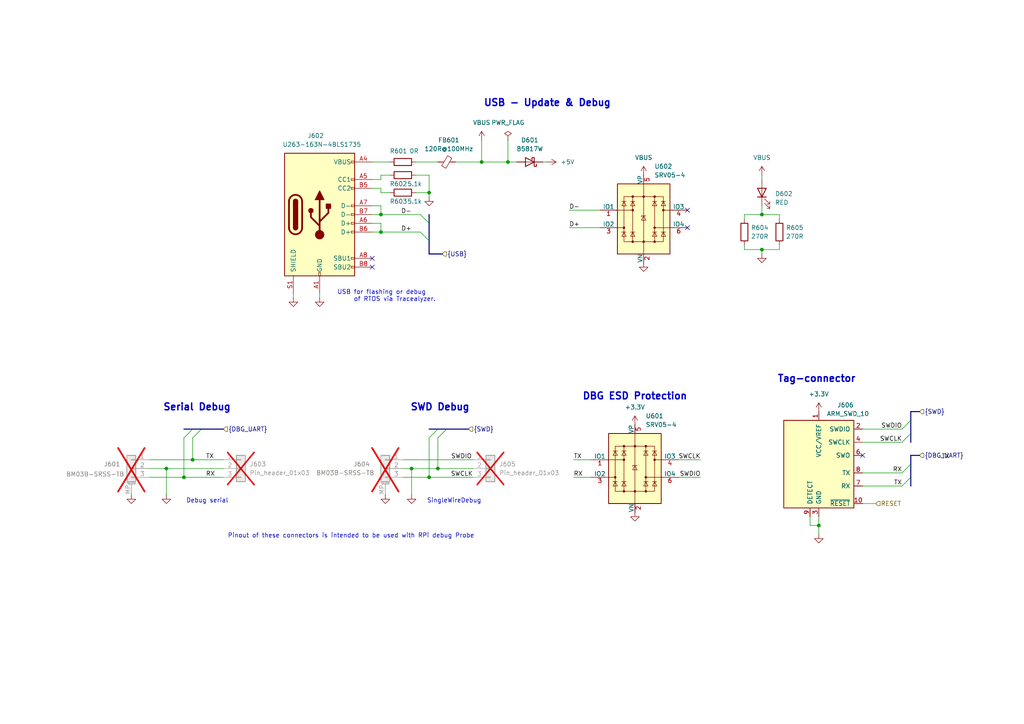
<source format=kicad_sch>
(kicad_sch (version 20250114) (generator "eeschema") (generator_version "9.0")
  (paper "A4")
  (lib_symbols
    (symbol "Connector:USB_C_Receptacle_USB2.0_16P" (pin_names (offset 1.016))
      (property "Reference" "J" (at 0 22.225 0))
      (property "Value" "USB_C_Receptacle_USB2.0_16P" (at 0 19.685 0))
      (symbol "USB_C_Receptacle_USB2.0_16P_0_0"
        (rectangle (start -0.254 -17.78) (end 0.254 -16.764))
        (rectangle (start 10.16 15.494) (end 9.144 14.986))
        (rectangle (start 10.16 10.414) (end 9.144 9.906))
        (rectangle (start 10.16 7.874) (end 9.144 7.366))
        (rectangle (start 10.16 2.794) (end 9.144 2.286))
        (rectangle (start 10.16 0.254) (end 9.144 -0.254))
        (rectangle (start 10.16 -2.286) (end 9.144 -2.794))
        (rectangle (start 10.16 -4.826) (end 9.144 -5.334))
        (rectangle (start 10.16 -12.446) (end 9.144 -12.954))
        (rectangle (start 10.16 -14.986) (end 9.144 -15.494))
      )
      (symbol "USB_C_Receptacle_USB2.0_16P_0_1"
        (rectangle (start -10.16 17.78) (end 10.16 -17.78) (stroke (width 0.254)) (fill (type background)))
        (polyline (pts (xy -8.89 -3.81) (xy -8.89 3.81)) (stroke (width 0.508)))
        (rectangle (start -7.62 -3.81) (end -6.35 3.81) (stroke (width 0.254)) (fill (type outline)))
        (arc (start -7.62 3.81) (mid -6.985 4.4423) (end -6.35 3.81) (stroke (width 0.254)))
        (arc (start -7.62 3.81) (mid -6.985 4.4423) (end -6.35 3.81) (stroke (width 0.254)) (fill (type outline)))
        (arc (start -8.89 3.81) (mid -6.985 5.7067) (end -5.08 3.81) (stroke (width 0.508)))
        (arc (start -5.08 -3.81) (mid -6.985 -5.7067) (end -8.89 -3.81) (stroke (width 0.508)))
        (arc (start -6.35 -3.81) (mid -6.985 -4.4423) (end -7.62 -3.81) (stroke (width 0.254)))
        (arc (start -6.35 -3.81) (mid -6.985 -4.4423) (end -7.62 -3.81) (stroke (width 0.254)) (fill (type outline)))
        (polyline (pts (xy -5.08 3.81) (xy -5.08 -3.81)) (stroke (width 0.508)))
        (circle (center -2.54 1.143) (radius 0.635) (stroke (width 0.254)) (fill (type outline)))
        (polyline (pts (xy -1.27 4.318) (xy 0 6.858) (xy 1.27 4.318) (xy -1.27 4.318)) (stroke (width 0.254)) (fill (type outline)))
        (polyline (pts (xy 0 -2.032) (xy 2.54 0.508) (xy 2.54 1.778)) (stroke (width 0.508)))
        (polyline (pts (xy 0 -3.302) (xy -2.54 -0.762) (xy -2.54 0.508)) (stroke (width 0.508)))
        (polyline (pts (xy 0 -5.842) (xy 0 4.318)) (stroke (width 0.508)))
        (circle (center 0 -5.842) (radius 1.27) (fill (type outline)))
        (rectangle (start 1.905 1.778) (end 3.175 3.048) (stroke (width 0.254)) (fill (type outline)))
      )
      (symbol "USB_C_Receptacle_USB2.0_16P_1_1"
        (pin passive line (at -7.62 -22.86 90) (length 5.08) (name "SHIELD") (number "S1"))
        (pin passive line (at 0 -22.86 90) (length 5.08) (name "GND") (number "A1"))
        (pin passive line (at 0 -22.86 90) (length 5.08) (hide yes) (name "GND") (number "A12"))
        (pin passive line (at 0 -22.86 90) (length 5.08) (hide yes) (name "GND") (number "B1"))
        (pin passive line (at 0 -22.86 90) (length 5.08) (hide yes) (name "GND") (number "B12"))
        (pin passive line (at 15.24 15.24 180) (length 5.08) (name "VBUS") (number "A4"))
        (pin passive line (at 15.24 15.24 180) (length 5.08) (hide yes) (name "VBUS") (number "A9"))
        (pin passive line (at 15.24 15.24 180) (length 5.08) (hide yes) (name "VBUS") (number "B4"))
        (pin passive line (at 15.24 15.24 180) (length 5.08) (hide yes) (name "VBUS") (number "B9"))
        (pin bidirectional line (at 15.24 10.16 180) (length 5.08) (name "CC1") (number "A5"))
        (pin bidirectional line (at 15.24 7.62 180) (length 5.08) (name "CC2") (number "B5"))
        (pin bidirectional line (at 15.24 2.54 180) (length 5.08) (name "D-") (number "A7"))
        (pin bidirectional line (at 15.24 0 180) (length 5.08) (name "D-") (number "B7"))
        (pin bidirectional line (at 15.24 -2.54 180) (length 5.08) (name "D+") (number "A6"))
        (pin bidirectional line (at 15.24 -5.08 180) (length 5.08) (name "D+") (number "B6"))
        (pin bidirectional line (at 15.24 -12.7 180) (length 5.08) (name "SBU1") (number "A8"))
        (pin bidirectional line (at 15.24 -15.24 180) (length 5.08) (name "SBU2") (number "B8"))
      )
    )
    (symbol "Connector_Generic:Conn_01x03" (pin_names (offset 1.016) (hide yes))
      (property "Reference" "J" (at 0 5.08 0))
      (property "Value" "Conn_01x03" (at 0 -5.08 0))
      (symbol "Conn_01x03_1_1"
        (rectangle (start -1.27 3.81) (end 1.27 -3.81) (stroke (width 0.254)) (fill (type background)))
        (rectangle (start -1.27 2.667) (end 0 2.413) (stroke (width 0.1524)))
        (rectangle (start -1.27 0.127) (end 0 -0.127) (stroke (width 0.1524)))
        (rectangle (start -1.27 -2.413) (end 0 -2.667) (stroke (width 0.1524)))
        (pin passive line (at -5.08 2.54 0) (length 3.81) (name "Pin_1") (number "1"))
        (pin passive line (at -5.08 0 0) (length 3.81) (name "Pin_2") (number "2"))
        (pin passive line (at -5.08 -2.54 0) (length 3.81) (name "Pin_3") (number "3"))
      )
    )
    (symbol "Connector_Generic_MountingPin:Conn_01x03_MountingPin" (pin_names (offset 1.016) (hide yes))
      (property "Reference" "J" (at 0 5.08 0))
      (property "Value" "Conn_01x03_MountingPin" (at 1.27 -5.08 0))
      (symbol "Conn_01x03_MountingPin_1_1"
        (rectangle (start -1.27 3.81) (end 1.27 -3.81) (stroke (width 0.254)) (fill (type background)))
        (rectangle (start -1.27 2.667) (end 0 2.413) (stroke (width 0.1524)))
        (rectangle (start -1.27 0.127) (end 0 -0.127) (stroke (width 0.1524)))
        (rectangle (start -1.27 -2.413) (end 0 -2.667) (stroke (width 0.1524)))
        (polyline (pts (xy -1.016 -4.572) (xy 1.016 -4.572)) (stroke (width 0.1524)))
        (text "Mounting" (at 0 -4.191 0) (effects (font (size 0.381 0.381))))
        (pin passive line (at -5.08 2.54 0) (length 3.81) (name "Pin_1") (number "1"))
        (pin passive line (at -5.08 0 0) (length 3.81) (name "Pin_2") (number "2"))
        (pin passive line (at -5.08 -2.54 0) (length 3.81) (name "Pin_3") (number "3"))
        (pin passive line (at 0 -7.62 90) (length 3.048) (name "MountPin") (number "MP"))
      )
    )
    (symbol "Device:D_Schottky" (pin_numbers (hide yes)) (pin_names (offset 1.016) (hide yes))
      (property "Reference" "D" (at 0 2.54 0))
      (property "Value" "D_Schottky" (at 0 -2.54 0))
      (symbol "D_Schottky_0_1"
        (polyline (pts (xy -1.905 0.635) (xy -1.905 1.27) (xy -1.27 1.27) (xy -1.27 -1.27) (xy -0.635 -1.27) (xy -0.635 -0.635)) (stroke (width 0.254)))
        (polyline (pts (xy 1.27 1.27) (xy 1.27 -1.27) (xy -1.27 0) (xy 1.27 1.27)) (stroke (width 0.254)))
        (polyline (pts (xy 1.27 0) (xy -1.27 0)))
      )
      (symbol "D_Schottky_1_1"
        (pin passive line (at -3.81 0 0) (length 2.54) (name "K") (number "1"))
        (pin passive line (at 3.81 0 180) (length 2.54) (name "A") (number "2"))
      )
    )
    (symbol "Device:FerriteBead_Small" (pin_numbers (hide yes)) (pin_names (offset 0))
      (property "Reference" "FB" (at 1.905 1.27 0))
      (property "Value" "FerriteBead_Small" (at 1.905 -1.27 0))
      (symbol "FerriteBead_Small_0_1"
        (polyline (pts (xy -1.8288 0.2794) (xy -1.1176 1.4986) (xy 1.8288 -0.2032) (xy 1.1176 -1.4224) (xy -1.8288 0.2794)))
        (polyline (pts (xy 0 0.889) (xy 0 1.2954)))
        (polyline (pts (xy 0 -1.27) (xy 0 -0.7874)))
      )
      (symbol "FerriteBead_Small_1_1"
        (pin passive line (at 0 2.54 270) (length 1.27) (name "~") (number "1"))
        (pin passive line (at 0 -2.54 90) (length 1.27) (name "~") (number "2"))
      )
    )
    (symbol "Device:LED" (pin_numbers (hide yes)) (pin_names (offset 1.016) (hide yes))
      (property "Reference" "D" (at 0 2.54 0))
      (property "Value" "LED" (at 0 -2.54 0))
      (symbol "LED_0_1"
        (polyline (pts (xy -3.048 -0.762) (xy -4.572 -2.286) (xy -3.81 -2.286) (xy -4.572 -2.286) (xy -4.572 -1.524)))
        (polyline (pts (xy -1.778 -0.762) (xy -3.302 -2.286) (xy -2.54 -2.286) (xy -3.302 -2.286) (xy -3.302 -1.524)))
        (polyline (pts (xy -1.27 0) (xy 1.27 0)))
        (polyline (pts (xy -1.27 -1.27) (xy -1.27 1.27)) (stroke (width 0.254)))
        (polyline (pts (xy 1.27 -1.27) (xy 1.27 1.27) (xy -1.27 0) (xy 1.27 -1.27)) (stroke (width 0.254)))
      )
      (symbol "LED_1_1"
        (pin passive line (at -3.81 0 0) (length 2.54) (name "K") (number "1"))
        (pin passive line (at 3.81 0 180) (length 2.54) (name "A") (number "2"))
      )
    )
    (symbol "Device:R" (pin_numbers (hide yes)) (pin_names (offset 0))
      (property "Reference" "R" (at 2.032 0 90))
      (property "Value" "R" (at 0 0 90))
      (symbol "R_0_1"
        (rectangle (start -1.016 -2.54) (end 1.016 2.54) (stroke (width 0.254)))
      )
      (symbol "R_1_1"
        (pin passive line (at 0 3.81 270) (length 1.27) (name "~") (number "1"))
        (pin passive line (at 0 -3.81 90) (length 1.27) (name "~") (number "2"))
      )
    )
    (symbol "Power_Protection:SRV05-4" (pin_names (offset 0))
      (property "Reference" "U" (at -5.08 11.43 0))
      (property "Value" "SRV05-4" (at 2.54 11.43 0))
      (symbol "SRV05-4_0_0"
        (rectangle (start -5.715 6.477) (end 5.715 -6.604))
        (polyline (pts (xy -3.175 -6.604) (xy -3.175 6.477)))
        (polyline (pts (xy 3.175 6.477) (xy 3.175 -6.604)))
      )
      (symbol "SRV05-4_0_1"
        (polyline (pts (xy -7.747 2.54) (xy -3.175 2.54)))
        (rectangle (start -7.62 10.16) (end 7.62 -10.16) (stroke (width 0.254)) (fill (type background)))
        (polyline (pts (xy -7.62 -2.54) (xy -5.715 -2.54)))
        (circle (center -5.715 -2.54) (radius 0.2794) (fill (type outline)))
        (polyline (pts (xy -5.08 5.08) (xy -6.35 5.08)))
        (polyline (pts (xy -5.08 3.81) (xy -6.35 3.81) (xy -5.715 5.08) (xy -5.08 3.81)))
        (polyline (pts (xy -5.08 -3.81) (xy -6.35 -3.81)))
        (polyline (pts (xy -5.08 -5.08) (xy -6.35 -5.08) (xy -5.715 -3.81) (xy -5.08 -5.08)))
        (circle (center -3.175 6.477) (radius 0.2794) (fill (type outline)))
        (circle (center -3.175 2.54) (radius 0.2794) (fill (type outline)))
        (circle (center -3.175 -6.604) (radius 0.2794) (fill (type outline)))
        (polyline (pts (xy -2.54 5.08) (xy -3.81 5.08)))
        (polyline (pts (xy -2.54 3.81) (xy -3.81 3.81) (xy -3.175 5.08) (xy -2.54 3.81)))
        (polyline (pts (xy -2.54 -3.81) (xy -3.81 -3.81)))
        (polyline (pts (xy -2.54 -5.08) (xy -3.81 -5.08) (xy -3.175 -3.81) (xy -2.54 -5.08)))
        (polyline (pts (xy 0 10.16) (xy 0 -10.16)))
        (circle (center 0 6.477) (radius 0.2794) (fill (type outline)))
        (circle (center 0 -6.604) (radius 0.2794) (fill (type outline)))
        (polyline (pts (xy 0.635 0.889) (xy -0.635 0.889) (xy -0.635 0.635)))
        (polyline (pts (xy 0.635 -0.381) (xy -0.635 -0.381) (xy 0 0.889) (xy 0.635 -0.381)))
        (circle (center 3.175 6.477) (radius 0.2794) (fill (type outline)))
        (circle (center 3.175 -2.54) (radius 0.2794) (fill (type outline)))
        (circle (center 3.175 -6.604) (radius 0.2794) (fill (type outline)))
        (polyline (pts (xy 3.81 5.08) (xy 2.54 5.08)))
        (polyline (pts (xy 3.81 3.81) (xy 2.54 3.81) (xy 3.175 5.08) (xy 3.81 3.81)))
        (polyline (pts (xy 3.81 -3.81) (xy 2.54 -3.81)))
        (polyline (pts (xy 3.81 -5.08) (xy 2.54 -5.08) (xy 3.175 -3.81) (xy 3.81 -5.08)))
        (circle (center 5.715 2.54) (radius 0.2794) (fill (type outline)))
        (polyline (pts (xy 6.35 5.08) (xy 5.08 5.08)))
        (polyline (pts (xy 6.35 3.81) (xy 5.08 3.81) (xy 5.715 5.08) (xy 6.35 3.81)))
        (polyline (pts (xy 6.35 -3.81) (xy 5.08 -3.81)))
        (polyline (pts (xy 6.35 -5.08) (xy 5.08 -5.08) (xy 5.715 -3.81) (xy 6.35 -5.08)))
        (polyline (pts (xy 7.62 2.54) (xy 5.715 2.54)))
        (polyline (pts (xy 7.62 -2.54) (xy 3.175 -2.54)))
      )
      (symbol "SRV05-4_1_1"
        (pin passive line (at -12.7 2.54 0) (length 5.08) (name "IO1") (number "1"))
        (pin passive line (at -12.7 -2.54 0) (length 5.08) (name "IO2") (number "3"))
        (pin passive line (at 0 12.7 270) (length 2.54) (name "VP") (number "5"))
        (pin passive line (at 0 -12.7 90) (length 2.54) (name "VN") (number "2"))
        (pin passive line (at 12.7 2.54 180) (length 5.08) (name "IO3") (number "4"))
        (pin passive line (at 12.7 -2.54 180) (length 5.08) (name "IO4") (number "6"))
      )
    )
    (symbol "TCY_connectors:Conn_ARM_JTAG_SWD_10" (pin_names (offset 1.016))
      (property "Reference" "J" (at -2.54 16.51 0))
      (property "Value" "ARM_SWD_10" (at -2.54 13.97 0))
      (symbol "Conn_ARM_JTAG_SWD_10_0_1"
        (rectangle (start -10.16 12.7) (end 10.16 -12.7) (stroke (width 0.254)) (fill (type background)))
      )
      (symbol "Conn_ARM_JTAG_SWD_10_1_1"
        (pin passive line (at -2.54 -15.24 90) (length 2.54) (name "DETECT") (number "9"))
        (pin power_in line (at 0 15.24 270) (length 2.54) (name "VCC/VREF") (number "1"))
        (pin power_in line (at 0 -15.24 90) (length 2.54) (name "GND") (number "3"))
        (pin passive line (at 0 -15.24 90) (length 2.54) (hide yes) (name "GND") (number "5"))
        (pin bidirectional line (at 12.7 10.16 180) (length 2.54) (name "SWDIO") (number "2"))
        (pin output line (at 12.7 6.35 180) (length 2.54) (name "SWCLK") (number "4"))
        (pin input line (at 12.7 2.54 180) (length 2.54) (name "SWO") (number "6"))
        (pin output line (at 12.7 -2.54 180) (length 2.54) (name "TX") (number "8"))
        (pin input line (at 12.7 -6.35 180) (length 2.54) (name "RX") (number "7"))
        (pin open_collector line (at 12.7 -11.43 180) (length 2.54) (name "~{RESET}") (number "10"))
      )
    )
    (symbol "power:+3.3V" (power) (pin_numbers (hide yes)) (pin_names (offset 0) (hide yes))
      (property "Value" "+3.3V" (at 0 3.556 0))
      (symbol "+3.3V_0_1"
        (polyline (pts (xy -0.762 1.27) (xy 0 2.54)))
        (polyline (pts (xy 0 2.54) (xy 0.762 1.27)))
        (polyline (pts (xy 0 0) (xy 0 2.54)))
      )
      (symbol "+3.3V_1_1"
        (pin power_in line (at 0 0 90) (length 0) (name "~") (number "1"))
      )
    )
    (symbol "power:+5V" (power) (pin_numbers (hide yes)) (pin_names (offset 0) (hide yes))
      (property "Value" "+5V" (at 0 3.556 0))
      (symbol "+5V_0_1"
        (polyline (pts (xy -0.762 1.27) (xy 0 2.54)))
        (polyline (pts (xy 0 2.54) (xy 0.762 1.27)))
        (polyline (pts (xy 0 0) (xy 0 2.54)))
      )
      (symbol "+5V_1_1"
        (pin power_in line (at 0 0 90) (length 0) (name "~") (number "1"))
      )
    )
    (symbol "power:GND" (power) (pin_numbers (hide yes)) (pin_names (offset 0) (hide yes))
      (property "Value" "GND" (at 0 -3.81 0))
      (symbol "GND_0_1"
        (polyline (pts (xy 0 0) (xy 0 -1.27) (xy 1.27 -1.27) (xy 0 -2.54) (xy -1.27 -1.27) (xy 0 -1.27)))
      )
      (symbol "GND_1_1"
        (pin power_in line (at 0 0 270) (length 0) (name "~") (number "1"))
      )
    )
    (symbol "power:PWR_FLAG" (power) (pin_numbers (hide yes)) (pin_names (offset 0) (hide yes))
      (property "Value" "PWR_FLAG" (at 0 3.81 0))
      (symbol "PWR_FLAG_0_0"
        (pin power_out line (at 0 0 90) (length 0) (name "~") (number "1"))
      )
      (symbol "PWR_FLAG_0_1"
        (polyline (pts (xy 0 0) (xy 0 1.27) (xy -1.016 1.905) (xy 0 2.54) (xy 1.016 1.905) (xy 0 1.27)))
      )
    )
    (symbol "power:VBUS" (power) (pin_numbers (hide yes)) (pin_names (offset 0) (hide yes))
      (property "Value" "VBUS" (at 0 3.556 0))
      (symbol "VBUS_0_1"
        (polyline (pts (xy -0.762 1.27) (xy 0 2.54)))
        (polyline (pts (xy 0 2.54) (xy 0.762 1.27)))
        (polyline (pts (xy 0 0) (xy 0 2.54)))
      )
      (symbol "VBUS_1_1"
        (pin power_in line (at 0 0 90) (length 0) (name "~") (number "1"))
      )
    )
  )
  (bus_alias "CAN" (members "RX" "TX"))
  (bus_alias "DBG_UART" (members "RX" "TX"))
  (bus_alias "USB" (members "D+" "D-"))
  (text "USB - Update & Debug" (at 158.75 31.115 0) (effects (font (size 2 2) (thickness 0.4) (bold yes)) (justify bottom)))
  (text "Serial Debug" (at 57.15 119.38 0) (effects (font (size 2 2) (thickness 0.4) (bold yes)) (justify bottom)))
  (text "Pinout of these connectors is intended to be used with RPi debug Probe" (at 66.04 156.21 0) (effects (font (size 1.27 1.27)) (justify left bottom)))
  (text "Tag-connector" (at 236.855 111.125 0) (effects (font (size 2 2) (thickness 0.4) (bold yes)) (justify bottom)))
  (text "SWD Debug" (at 127.635 119.38 0) (effects (font (size 2 2) (thickness 0.4) (bold yes)) (justify bottom)))
  (text "USB for flashing or debug\n	of RTOS via Tracealyzer." (at 97.79 87.63 0) (effects (font (size 1.27 1.27)) (justify left bottom)))
  (text "DBG ESD Protection" (at 184.15 116.205 0) (effects (font (size 2 2) (thickness 0.4) (bold yes)) (justify bottom)))
  (text "Debug serial" (at 53.975 146.05 0) (effects (font (size 1.27 1.27)) (justify left bottom)))
  (text "SingleWireDebug" (at 123.825 146.05 0) (effects (font (size 1.27 1.27)) (justify left bottom)))
  (junction (at 110.49 67.31))
  (junction (at 48.26 135.89))
  (junction (at 237.49 152.4))
  (junction (at 127 135.89))
  (junction (at 220.98 62.23))
  (junction (at 147.32 46.99))
  (junction (at 220.98 72.39))
  (junction (at 124.46 138.43))
  (junction (at 55.88 133.35))
  (junction (at 119.38 135.89))
  (junction (at 139.7 46.99))
  (junction (at 110.49 62.23))
  (junction (at 53.34 138.43))
  (junction (at 124.46 55.88))
  (no_connect (at 107.95 77.47))
  (no_connect (at 199.39 66.04))
  (no_connect (at 107.95 74.93))
  (no_connect (at 250.19 132.08))
  (no_connect (at 199.39 60.96))
  (bus_entry (at 261.62 124.46) (size 2.54 -2.54))
  (bus_entry (at 127 127) (size 2.54 -2.54))
  (bus_entry (at 55.88 127) (size 2.54 -2.54))
  (bus_entry (at 124.46 64.77) (size -2.54 -2.54))
  (bus_entry (at 124.46 127) (size 2.54 -2.54))
  (bus_entry (at 261.62 140.97) (size 2.54 -2.54))
  (bus_entry (at 124.46 69.85) (size -2.54 -2.54))
  (bus_entry (at 53.34 127) (size 2.54 -2.54))
  (bus_entry (at 261.62 137.16) (size 2.54 -2.54))
  (bus_entry (at 261.62 128.27) (size 2.54 -2.54))
  (wire (pts (xy 220.98 50.8) (xy 220.98 52.07)))
  (wire (pts (xy 48.26 135.89) (xy 64.77 135.89)))
  (bus (pts (xy 58.42 124.46) (xy 64.77 124.46)))
  (wire (pts (xy 55.88 133.35) (xy 64.77 133.35)))
  (wire (pts (xy 92.71 85.09) (xy 92.71 86.36)))
  (wire (pts (xy 124.46 138.43) (xy 137.16 138.43)))
  (wire (pts (xy 53.34 127) (xy 53.34 138.43)))
  (bus (pts (xy 55.88 124.46) (xy 58.42 124.46)))
  (wire (pts (xy 119.38 135.89) (xy 116.84 135.89)))
  (bus (pts (xy 264.16 121.92) (xy 264.16 119.38)))
  (wire (pts (xy 120.65 50.8) (xy 124.46 50.8)))
  (wire (pts (xy 124.46 50.8) (xy 124.46 55.88)))
  (wire (pts (xy 55.88 127) (xy 55.88 133.35)))
  (wire (pts (xy 119.38 135.89) (xy 119.38 143.51)))
  (wire (pts (xy 215.9 72.39) (xy 220.98 72.39)))
  (wire (pts (xy 237.49 149.86) (xy 237.49 152.4)))
  (wire (pts (xy 107.95 67.31) (xy 110.49 67.31)))
  (wire (pts (xy 107.95 54.61) (xy 110.49 54.61)))
  (bus (pts (xy 264.16 134.62) (xy 264.16 138.43)))
  (wire (pts (xy 120.65 55.88) (xy 124.46 55.88)))
  (wire (pts (xy 124.46 55.88) (xy 124.46 57.15)))
  (bus (pts (xy 264.16 125.73) (xy 264.16 121.92)))
  (wire (pts (xy 107.95 62.23) (xy 110.49 62.23)))
  (wire (pts (xy 110.49 67.31) (xy 121.92 67.31)))
  (wire (pts (xy 250.19 137.16) (xy 261.62 137.16)))
  (wire (pts (xy 127 127) (xy 127 135.89)))
  (wire (pts (xy 110.49 59.69) (xy 107.95 59.69)))
  (wire (pts (xy 234.95 149.86) (xy 234.95 152.4)))
  (wire (pts (xy 110.49 52.07) (xy 110.49 50.8)))
  (wire (pts (xy 226.06 62.23) (xy 226.06 63.5)))
  (wire (pts (xy 85.09 85.09) (xy 85.09 86.36)))
  (wire (pts (xy 113.03 50.8) (xy 110.49 50.8)))
  (bus (pts (xy 124.46 64.77) (xy 124.46 62.23)))
  (wire (pts (xy 53.34 138.43) (xy 64.77 138.43)))
  (bus (pts (xy 127 124.46) (xy 129.54 124.46)))
  (wire (pts (xy 250.19 140.97) (xy 261.62 140.97)))
  (wire (pts (xy 139.7 40.64) (xy 139.7 46.99)))
  (bus (pts (xy 124.46 69.85) (xy 124.46 64.77)))
  (wire (pts (xy 250.19 146.05) (xy 254 146.05)))
  (bus (pts (xy 124.46 124.46) (xy 127 124.46)))
  (wire (pts (xy 110.49 54.61) (xy 110.49 55.88)))
  (wire (pts (xy 165.1 66.04) (xy 173.99 66.04)))
  (wire (pts (xy 220.98 72.39) (xy 220.98 73.66)))
  (wire (pts (xy 116.84 133.35) (xy 137.16 133.35)))
  (wire (pts (xy 220.98 59.69) (xy 220.98 62.23)))
  (wire (pts (xy 127 135.89) (xy 137.16 135.89)))
  (wire (pts (xy 110.49 62.23) (xy 121.92 62.23)))
  (wire (pts (xy 124.46 127) (xy 124.46 138.43)))
  (wire (pts (xy 215.9 72.39) (xy 215.9 71.12)))
  (wire (pts (xy 116.84 138.43) (xy 124.46 138.43)))
  (wire (pts (xy 147.32 40.64) (xy 147.32 46.99)))
  (bus (pts (xy 264.16 138.43) (xy 264.16 140.97)))
  (wire (pts (xy 120.65 46.99) (xy 127 46.99)))
  (wire (pts (xy 43.18 135.89) (xy 48.26 135.89)))
  (wire (pts (xy 43.18 138.43) (xy 53.34 138.43)))
  (wire (pts (xy 113.03 55.88) (xy 110.49 55.88)))
  (wire (pts (xy 220.98 72.39) (xy 226.06 72.39)))
  (wire (pts (xy 110.49 62.23) (xy 110.49 59.69)))
  (wire (pts (xy 234.95 152.4) (xy 237.49 152.4)))
  (bus (pts (xy 264.16 128.27) (xy 264.16 125.73)))
  (wire (pts (xy 203.2 138.43) (xy 196.85 138.43)))
  (wire (pts (xy 166.37 138.43) (xy 171.45 138.43)))
  (wire (pts (xy 203.2 133.35) (xy 196.85 133.35)))
  (wire (pts (xy 139.7 46.99) (xy 147.32 46.99)))
  (wire (pts (xy 215.9 62.23) (xy 220.98 62.23)))
  (wire (pts (xy 132.08 46.99) (xy 139.7 46.99)))
  (wire (pts (xy 110.49 67.31) (xy 110.49 64.77)))
  (bus (pts (xy 264.16 132.08) (xy 266.7 132.08)))
  (bus (pts (xy 128.27 73.66) (xy 124.46 73.66)))
  (wire (pts (xy 220.98 62.23) (xy 226.06 62.23)))
  (bus (pts (xy 264.16 119.38) (xy 266.7 119.38)))
  (wire (pts (xy 215.9 62.23) (xy 215.9 63.5)))
  (wire (pts (xy 43.18 133.35) (xy 55.88 133.35)))
  (wire (pts (xy 107.95 52.07) (xy 110.49 52.07)))
  (wire (pts (xy 113.03 46.99) (xy 107.95 46.99)))
  (bus (pts (xy 124.46 73.66) (xy 124.46 69.85)))
  (wire (pts (xy 226.06 72.39) (xy 226.06 71.12)))
  (wire (pts (xy 165.1 60.96) (xy 173.99 60.96)))
  (wire (pts (xy 237.49 152.4) (xy 237.49 154.94)))
  (wire (pts (xy 250.19 124.46) (xy 261.62 124.46)))
  (wire (pts (xy 166.37 133.35) (xy 171.45 133.35)))
  (wire (pts (xy 110.49 64.77) (xy 107.95 64.77)))
  (wire (pts (xy 250.19 128.27) (xy 261.62 128.27)))
  (wire (pts (xy 119.38 135.89) (xy 127 135.89)))
  (bus (pts (xy 53.34 124.46) (xy 55.88 124.46)))
  (wire (pts (xy 48.26 135.89) (xy 48.26 143.51)))
  (wire (pts (xy 157.48 46.99) (xy 158.75 46.99)))
  (wire (pts (xy 147.32 46.99) (xy 149.86 46.99)))
  (bus (pts (xy 129.54 124.46) (xy 135.89 124.46)))
  (bus (pts (xy 264.16 132.08) (xy 264.16 134.62)))
  (label "D+" (at 119.38 67.31 180))
  (label "SWCLK" (at 261.62 128.27 180))
  (label "D-" (at 119.38 62.23 180))
  (label "TX" (at 273.05 133.35 0))
  (label "RX" (at 59.69 138.43 0))
  (label "SWCLK" (at 203.2 133.35 180))
  (label "TX" (at 59.69 133.35 0))
  (label "RX" (at 261.62 137.16 180))
  (label "TX" (at 166.37 133.35 0))
  (label "SWCLK" (at 137.16 138.43 180))
  (label "TX" (at 261.62 140.97 180))
  (label "RX" (at 166.37 138.43 0))
  (label "SWDIO" (at 261.62 124.46 180))
  (label "SWDIO" (at 203.2 138.43 180))
  (label "D+" (at 165.1 66.04 0))
  (label "D-" (at 165.1 60.96 0))
  (label "SWDIO" (at 130.81 133.35 0))
  (hierarchical_label "{DBG_UART}" (shape input) (at 266.7 132.08 0))
  (hierarchical_label "RESET" (shape input) (at 254 146.05 0))
  (hierarchical_label "{SWD}" (shape input) (at 135.89 124.46 0))
  (hierarchical_label "{USB}" (shape input) (at 128.27 73.66 0))
  (hierarchical_label "{DBG_UART}" (shape input) (at 64.77 124.46 0))
  (hierarchical_label "{SWD}" (shape input) (at 266.7 119.38 0))
  (symbol (lib_id "Device:R") (at 215.9 67.31 0) (unit 1)
    (property "Reference" "R604" (at 217.805 66.04 0) (effects (justify left)))
    (property "Value" "270R" (at 217.805 68.58 0) (effects (justify left)))
    (property "Footprint" "Resistor_SMD:R_0603_1608Metric" (effects (hide yes)))
    (property "LCSC" "C22966" (effects (hide yes)))
  )
  (symbol (lib_id "power:GND") (at 38.1 143.51 0) (unit 1)
    (property "Reference" "#PWR0602" (effects (hide yes)))
    (property "Value" "GND" (effects (hide yes)))
    (property "Description" "Power symbol creates a global label with name \"GND\" , ground" (effects (hide yes)))
  )
  (symbol (lib_id "Connector_Generic:Conn_01x03") (at 69.85 135.89 0) (unit 1) (in_bom no) (dnp yes)
    (property "Reference" "J603" (at 72.39 134.6199 0) (effects (justify left)))
    (property "Value" "Pin_header_01x03" (at 72.39 137.1599 0) (effects (justify left)))
    (property "Footprint" "Connector_PinHeader_2.54mm:PinHeader_1x03_P2.54mm_Vertical" (effects (hide yes)))
    (property "Description" "Generic connector, single row, 01x03, script generated (kicad-library-utils/schlib/autogen/connector/)" (effects (hide yes)))
  )
  (symbol (lib_id "power:VBUS") (at 220.98 50.8 0) (unit 1)
    (property "Reference" "#PWR0610" (effects (hide yes)))
    (property "Value" "VBUS" (at 220.98 45.72 0))
    (property "Description" "Power symbol creates a global label with name \"VBUS\"" (effects (hide yes)))
  )
  (symbol (lib_id "power:GND") (at 48.26 143.51 0) (unit 1)
    (property "Reference" "#PWR0604" (effects (hide yes)))
    (property "Value" "GND" (effects (hide yes)))
    (property "Description" "Power symbol creates a global label with name \"GND\" , ground" (effects (hide yes)))
  )
  (symbol (lib_id "power:GND") (at 184.15 148.59 0) (unit 1)
    (property "Reference" "#PWR0617" (effects (hide yes)))
    (property "Value" "GND" (effects (hide yes)))
    (property "Description" "Power symbol creates a global label with name \"GND\" , ground" (effects (hide yes)))
  )
  (symbol (lib_id "Connector:USB_C_Receptacle_USB2.0_16P") (at 92.71 62.23 0) (unit 1)
    (property "Reference" "J602" (at 93.98 39.37 0) (effects (justify right)))
    (property "Value" "U263-163N-4BLS1735" (at 104.775 41.91 0) (effects (justify right)))
    (property "Footprint" "Connector_USB:USB_C_Receptacle_GCT_USB4105-xx-A_16P_TopMnt_Horizontal" (effects (hide yes)))
    (property "Datasheet" "https://www.usb.org/sites/default/files/documents/usb_type-c.zip" (effects (hide yes)))
    (property "Description" "USB 2.0-only 16P Type-C Receptacle connector" (effects (hide yes)))
    (property "LCSC" "C393939" (effects (hide yes)))
    (property "MPN" " TYPE-C16PIN" (effects (hide yes)))
  )
  (symbol (lib_id "power:GND") (at 85.09 86.36 0) (mirror y) (unit 1)
    (property "Reference" "#PWR0601" (effects (hide yes)))
    (property "Value" "GND" (effects (hide yes)))
    (property "Description" "Power symbol creates a global label with name \"GND\" , ground" (effects (hide yes)))
  )
  (symbol (lib_id "power:GND") (at 237.49 154.94 0) (unit 1)
    (property "Reference" "#PWR0613" (effects (hide yes)))
    (property "Value" "GND" (effects (hide yes)))
    (property "Description" "Power symbol creates a global label with name \"GND\" , ground" (effects (hide yes)))
  )
  (symbol (lib_id "Device:D_Schottky") (at 153.67 46.99 180) (unit 1)
    (property "Reference" "D601" (at 153.67 40.64 0))
    (property "Value" "B5817W" (at 153.67 43.18 0))
    (property "Footprint" "Diode_SMD:D_SOD-123" (effects (hide yes)))
    (property "Description" "Schottky diode" (effects (hide yes)))
    (property "LCSC" "C7420328" (effects (hide yes)))
    (property "MPN" "B5817W" (effects (hide yes)))
  )
  (symbol (lib_id "Device:R") (at 116.84 46.99 270) (mirror x) (unit 1)
    (property "Reference" "R601" (at 113.03 43.815 90) (effects (justify left)))
    (property "Value" "0R" (at 118.745 43.815 90) (effects (justify left)))
    (property "Footprint" "Resistor_SMD:R_0603_1608Metric" (effects (hide yes)))
    (property "LCSC" "C21189" (effects (hide yes)))
  )
  (symbol (lib_id "power:GND") (at 111.76 143.51 0) (unit 1)
    (property "Reference" "#PWR0608" (effects (hide yes)))
    (property "Value" "GND" (effects (hide yes)))
    (property "Description" "Power symbol creates a global label with name \"GND\" , ground" (effects (hide yes)))
  )
  (symbol (lib_id "Device:R") (at 116.84 55.88 270) (mirror x) (unit 1)
    (property "Reference" "R603" (at 113.03 58.42 90) (effects (justify left)))
    (property "Value" "5.1k" (at 118.11 58.42 90) (effects (justify left)))
    (property "Footprint" "Resistor_SMD:R_0603_1608Metric" (effects (hide yes)))
    (property "LCSC" "C122969" (effects (hide yes)))
  )
  (symbol (lib_id "power:+3.3V") (at 184.15 123.19 0) (mirror y) (unit 1)
    (property "Reference" "#PWR0616" (effects (hide yes)))
    (property "Value" "+3.3V" (at 184.15 118.11 0))
    (property "Description" "Power symbol creates a global label with name \"+3.3V\"" (effects (hide yes)))
  )
  (symbol (lib_id "Device:LED") (at 220.98 55.88 90) (unit 1)
    (property "Reference" "D602" (at 224.79 56.1975 90) (effects (justify right)))
    (property "Value" "RED" (at 224.79 58.7375 90) (effects (justify right)))
    (property "Footprint" "LED_SMD:LED_0603_1608Metric" (effects (hide yes)))
    (property "Description" "Light emitting diode" (effects (hide yes)))
    (property "Link" "https://cz.mouser.com/ProductDetail/755-SML-D12V8WT86" (effects (hide yes)))
    (property "MPN" "KT-0603R" (effects (hide yes)))
    (property "JLCPCB" "C2286" (effects (hide yes)))
    (property "MPNA" "SML-D12V8WT86 " (effects (hide yes)))
    (property "Mouser" "https://cz.mouser.com/ProductDetail/ROHM-Semiconductor/SML-D12V8WT86?qs=4kLU8WoGk0uh2PhEoCCv1w%3D%3D" (effects (hide yes)))
    (property "LCSC" "C2286" (effects (hide yes)))
    (property "Sim.Pins" "1=K 2=A" (effects (hide yes)))
  )
  (symbol (lib_id "Connector_Generic_MountingPin:Conn_01x03_MountingPin") (at 111.76 135.89 0) (mirror y) (unit 1) (in_bom no) (dnp yes)
    (property "Reference" "J604" (at 107.315 134.62 0) (effects (justify left)))
    (property "Value" "BM03B-SRSS-TB" (at 108.585 137.16 0) (effects (justify left)))
    (property "Footprint" "Connector_JST:JST_SH_BM03B-SRSS-TB_1x03-1MP_P1.00mm_Vertical" (effects (hide yes)))
    (property "LCSC" "C160389" (effects (hide yes)))
    (property "MPN" "BM03B-SRSS-TB " (effects (hide yes)))
  )
  (symbol (lib_id "Device:R") (at 226.06 67.31 0) (unit 1)
    (property "Reference" "R605" (at 227.965 66.04 0) (effects (justify left)))
    (property "Value" "270R" (at 227.965 68.58 0) (effects (justify left)))
    (property "Footprint" "Resistor_SMD:R_0603_1608Metric" (effects (hide yes)))
    (property "LCSC" "C22966" (effects (hide yes)))
  )
  (symbol (lib_id "Power_Protection:SRV05-4") (at 186.69 63.5 0) (unit 1)
    (property "Reference" "U602" (at 189.8081 48.26 0) (effects (justify left)))
    (property "Value" "SRV05-4" (at 189.8081 50.8 0) (effects (justify left)))
    (property "Footprint" "Package_TO_SOT_SMD:SOT-23-6" (effects (hide yes)))
    (property "Datasheet" "http://www.onsemi.com/pub/Collateral/SRV05-4-D.PDF" (effects (hide yes)))
    (property "Description" "ESD Protection Diodes with Low Clamping Voltage, SOT-23-6" (effects (hide yes)))
    (property "LCSC" "C20615829" (effects (hide yes)))
  )
  (symbol (lib_id "Power_Protection:SRV05-4") (at 184.15 135.89 0) (unit 1)
    (property "Reference" "U601" (at 187.2681 120.65 0) (effects (justify left)))
    (property "Value" "SRV05-4" (at 187.2681 123.19 0) (effects (justify left)))
    (property "Footprint" "Package_TO_SOT_SMD:SOT-23-6" (effects (hide yes)))
    (property "Datasheet" "http://www.onsemi.com/pub/Collateral/SRV05-4-D.PDF" (effects (hide yes)))
    (property "Description" "ESD Protection Diodes with Low Clamping Voltage, SOT-23-6" (effects (hide yes)))
    (property "LCSC" "C20615829" (effects (hide yes)))
  )
  (symbol (lib_id "power:GND") (at 186.69 76.2 0) (mirror y) (unit 1)
    (property "Reference" "#PWR0615" (effects (hide yes)))
    (property "Value" "GND" (effects (hide yes)))
    (property "Description" "Power symbol creates a global label with name \"GND\" , ground" (effects (hide yes)))
  )
  (symbol (lib_id "power:VBUS") (at 186.69 50.8 0) (unit 1)
    (property "Reference" "#PWR0614" (effects (hide yes)))
    (property "Value" "VBUS" (at 186.69 45.72 0))
    (property "Description" "Power symbol creates a global label with name \"VBUS\"" (effects (hide yes)))
  )
  (symbol (lib_id "power:PWR_FLAG") (at 147.32 40.64 0) (unit 1)
    (property "Reference" "#FLG0601" (effects (hide yes)))
    (property "Value" "PWR_FLAG" (at 147.32 35.56 0))
    (property "Description" "Special symbol for telling ERC where power comes from" (effects (hide yes)))
  )
  (symbol (lib_id "Device:FerriteBead_Small") (at 129.54 46.99 270) (unit 1)
    (property "Reference" "FB601" (at 130.175 40.64 90))
    (property "Value" "120R@100MHz" (at 130.175 43.18 90))
    (property "Footprint" "Inductor_SMD:L_0603_1608Metric" (effects (hide yes)))
    (property "Description" "Ferrite bead, small symbol" (effects (hide yes)))
    (property "Link" "https://cz.mouser.com/ProductDetail/Murata-Electronics/BLM21PG220SN1D?qs=tuW2Z%252BT4A0yqSWmso6vkmg%3D%3D" (effects (hide yes)))
    (property "MPN" " GZ1608D601TF" (effects (hide yes)))
    (property "MPNA" "BLE18PK100SN1D" (effects (hide yes)))
    (property "Mouser" "https://cz.mouser.com/ProductDetail/Murata-Electronics/BLE18PK100SN1D?qs=W%2FMpXkg%252BdQ6tzBmLeY1psA%3D%3D" (effects (hide yes)))
  )
  (symbol (lib_id "power:GND") (at 119.38 143.51 0) (unit 1)
    (property "Reference" "#PWR0609" (effects (hide yes)))
    (property "Value" "GND" (effects (hide yes)))
    (property "Description" "Power symbol creates a global label with name \"GND\" , ground" (effects (hide yes)))
  )
  (symbol (lib_id "power:GND") (at 92.71 86.36 0) (mirror y) (unit 1)
    (property "Reference" "#PWR0603" (effects (hide yes)))
    (property "Value" "GND" (effects (hide yes)))
    (property "Description" "Power symbol creates a global label with name \"GND\" , ground" (effects (hide yes)))
  )
  (symbol (lib_id "power:GND") (at 220.98 73.66 0) (unit 1)
    (property "Reference" "#PWR0611" (effects (hide yes)))
    (property "Value" "GND" (effects (hide yes)))
    (property "Description" "Power symbol creates a global label with name \"GND\" , ground" (effects (hide yes)))
  )
  (symbol (lib_id "Device:R") (at 116.84 50.8 270) (mirror x) (unit 1)
    (property "Reference" "R602" (at 113.03 53.34 90) (effects (justify left)))
    (property "Value" "5.1k" (at 118.11 53.34 90) (effects (justify left)))
    (property "Footprint" "Resistor_SMD:R_0603_1608Metric" (effects (hide yes)))
    (property "LCSC" "C122969" (effects (hide yes)))
  )
  (symbol (lib_id "power:VBUS") (at 139.7 40.64 0) (unit 1)
    (property "Reference" "#PWR0605" (effects (hide yes)))
    (property "Value" "VBUS" (at 139.7 35.56 0))
    (property "Description" "Power symbol creates a global label with name \"VBUS\"" (effects (hide yes)))
  )
  (symbol (lib_id "power:GND") (at 124.46 57.15 0) (mirror y) (unit 1)
    (property "Reference" "#PWR0606" (effects (hide yes)))
    (property "Value" "GND" (effects (hide yes)))
    (property "Description" "Power symbol creates a global label with name \"GND\" , ground" (effects (hide yes)))
  )
  (symbol (lib_id "Connector_Generic_MountingPin:Conn_01x03_MountingPin") (at 38.1 135.89 0) (mirror y) (unit 1) (in_bom no) (dnp yes)
    (property "Reference" "J601" (at 34.925 134.62 0) (effects (justify left)))
    (property "Value" "BM03B-SRSS-TB" (at 36.068 137.5229 0) (effects (justify left)))
    (property "Footprint" "Connector_JST:JST_SH_BM03B-SRSS-TB_1x03-1MP_P1.00mm_Vertical" (effects (hide yes)))
    (property "LCSC" "C160389" (effects (hide yes)))
    (property "MPN" "BM03B-SRSS-TB " (effects (hide yes)))
  )
  (symbol (lib_id "TCY_connectors:Conn_ARM_JTAG_SWD_10") (at 237.49 134.62 0) (unit 1) (in_bom no)
    (property "Reference" "J606" (at 247.65 117.475 0) (effects (justify right)))
    (property "Value" "ARM_SWD_10" (at 252.095 120.015 0) (effects (justify right)))
    (property "Footprint" "Connector:Tag-Connect_TC2050-IDC-NL_2x05_P1.27mm_Vertical_with_bottom_clip" (effects (hide yes)))
    (property "Description" "Cortex Debug Connector, standard ARM Cortex-M SWD and JTAG interface" (effects (hide yes)))
  )
  (symbol (lib_id "Connector_Generic:Conn_01x03") (at 142.24 135.89 0) (unit 1) (in_bom no) (dnp yes)
    (property "Reference" "J605" (at 144.78 134.6199 0) (effects (justify left)))
    (property "Value" "Pin_header_01x03" (at 144.78 137.1599 0) (effects (justify left)))
    (property "Footprint" "Connector_PinHeader_2.54mm:PinHeader_1x03_P2.54mm_Vertical" (effects (hide yes)))
    (property "Description" "Generic connector, single row, 01x03, script generated (kicad-library-utils/schlib/autogen/connector/)" (effects (hide yes)))
  )
  (symbol (lib_id "power:+5V") (at 158.75 46.99 270) (unit 1)
    (property "Reference" "#PWR0607" (effects (hide yes)))
    (property "Value" "+5V" (at 162.56 46.9899 90) (effects (justify left)))
    (property "Description" "Power symbol creates a global label with name \"+5V\"" (effects (hide yes)))
  )
  (symbol (lib_id "power:+3.3V") (at 237.49 119.38 0) (mirror y) (unit 1)
    (property "Reference" "#PWR0612" (effects (hide yes)))
    (property "Value" "+3.3V" (at 237.49 114.3 0))
    (property "Description" "Power symbol creates a global label with name \"+3.3V\"" (effects (hide yes)))
  )
)
</source>
